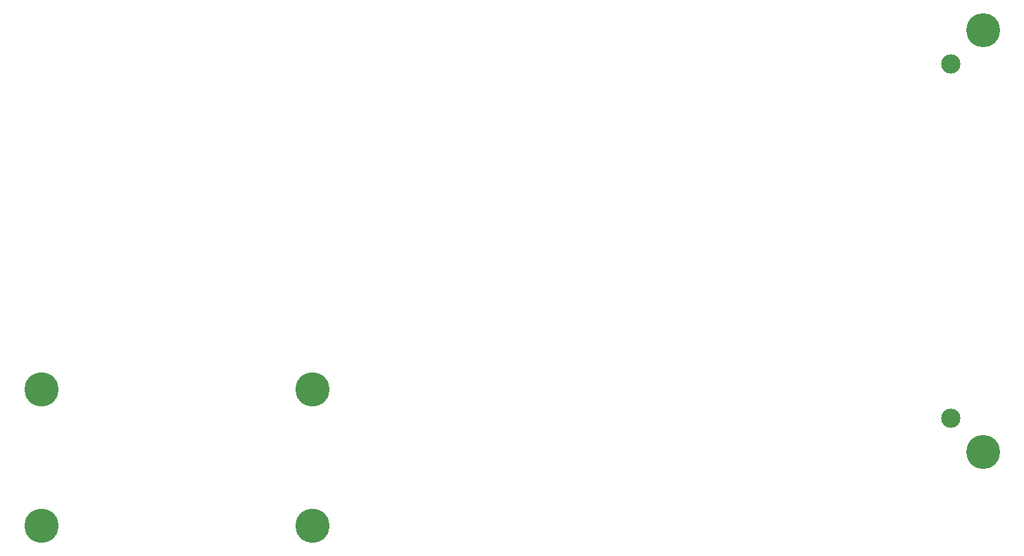
<source format=gbr>
%TF.GenerationSoftware,Altium Limited,Altium Designer,22.2.1 (43)*%
G04 Layer_Color=0*
%FSLAX44Y44*%
%MOMM*%
%TF.SameCoordinates,040CE2E0-B857-4D47-B26F-9B72162B56B4*%
%TF.FilePolarity,Positive*%
%TF.FileFunction,NonPlated,1,4,NPTH,Drill*%
%TF.Part,Single*%
G01*
G75*
%TA.AperFunction,ComponentDrill*%
%ADD188C,4.0894*%
%ADD189C,2.3114*%
%ADD190C,4.1148*%
D188*
X1654556Y1021080D02*
D03*
Y513080D02*
D03*
D189*
X1616202Y979932D02*
D03*
Y553974D02*
D03*
D190*
X848360Y588010D02*
D03*
Y424180D02*
D03*
X521970Y588010D02*
D03*
Y424180D02*
D03*
%TF.MD5,b6428e7663d69ce576f26cea5dbfc7f4*%
M02*

</source>
